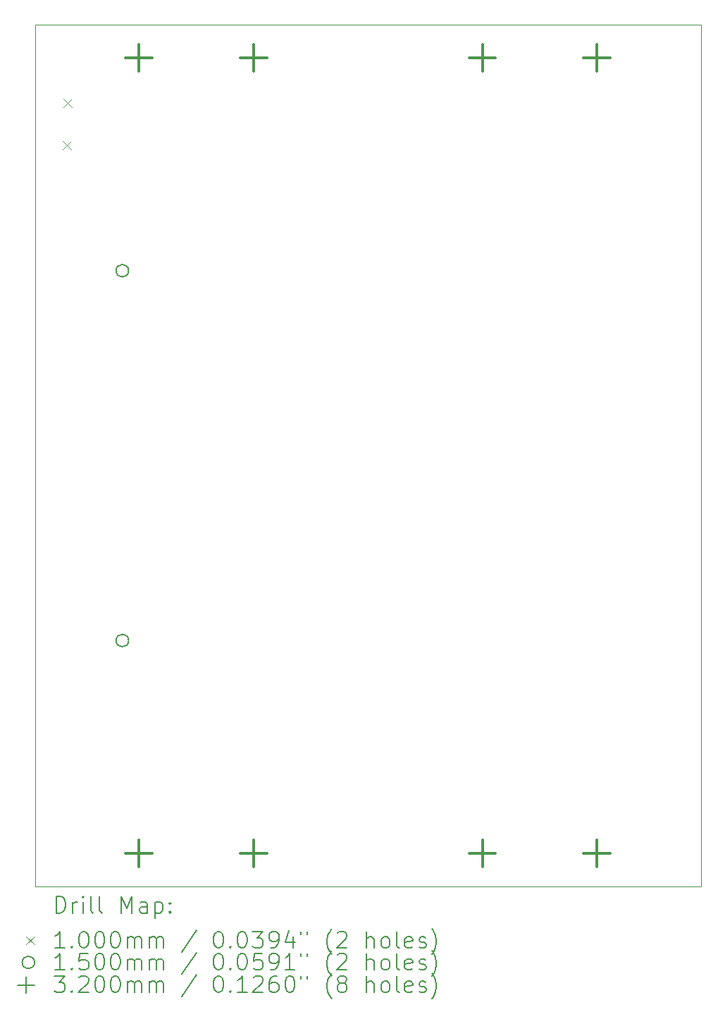
<source format=gbr>
%FSLAX45Y45*%
G04 Gerber Fmt 4.5, Leading zero omitted, Abs format (unit mm)*
G04 Created by KiCad (PCBNEW (6.0.5-0)) date 2022-12-26 00:14:26*
%MOMM*%
%LPD*%
G01*
G04 APERTURE LIST*
%TA.AperFunction,Profile*%
%ADD10C,0.100000*%
%TD*%
%ADD11C,0.200000*%
%ADD12C,0.100000*%
%ADD13C,0.150000*%
%ADD14C,0.320000*%
G04 APERTURE END LIST*
D10*
X14360000Y-3875000D02*
X15210000Y-3875000D01*
X8060000Y-14225000D02*
X8860000Y-14225000D01*
X13560000Y-14225000D02*
X8860000Y-14225000D01*
X8065000Y-3875000D02*
X8865000Y-3875000D01*
X13560000Y-3875000D02*
X14360000Y-3875000D01*
X15210000Y-3875000D02*
X15210000Y-14225000D01*
X8060000Y-14225000D02*
X7210000Y-14225000D01*
X14360000Y-14225000D02*
X15210000Y-14225000D01*
X13560000Y-14225000D02*
X14360000Y-14225000D01*
X8865000Y-3875000D02*
X13560000Y-3875000D01*
X8065000Y-3875000D02*
X7210000Y-3875000D01*
X7210000Y-14225000D02*
X7210000Y-3875000D01*
D11*
D12*
X7545000Y-5275000D02*
X7645000Y-5375000D01*
X7645000Y-5275000D02*
X7545000Y-5375000D01*
X7550000Y-4765000D02*
X7650000Y-4865000D01*
X7650000Y-4765000D02*
X7550000Y-4865000D01*
D13*
X8335000Y-6830000D02*
G75*
G03*
X8335000Y-6830000I-75000J0D01*
G01*
X8335000Y-11270000D02*
G75*
G03*
X8335000Y-11270000I-75000J0D01*
G01*
D14*
X8460000Y-4115000D02*
X8460000Y-4435000D01*
X8300000Y-4275000D02*
X8620000Y-4275000D01*
X8460000Y-13665000D02*
X8460000Y-13985000D01*
X8300000Y-13825000D02*
X8620000Y-13825000D01*
X9835000Y-4115000D02*
X9835000Y-4435000D01*
X9675000Y-4275000D02*
X9995000Y-4275000D01*
X9835000Y-13665000D02*
X9835000Y-13985000D01*
X9675000Y-13825000D02*
X9995000Y-13825000D01*
X12585000Y-4115000D02*
X12585000Y-4435000D01*
X12425000Y-4275000D02*
X12745000Y-4275000D01*
X12585000Y-13665000D02*
X12585000Y-13985000D01*
X12425000Y-13825000D02*
X12745000Y-13825000D01*
X13960000Y-4115000D02*
X13960000Y-4435000D01*
X13800000Y-4275000D02*
X14120000Y-4275000D01*
X13960000Y-13665000D02*
X13960000Y-13985000D01*
X13800000Y-13825000D02*
X14120000Y-13825000D01*
D11*
X7462619Y-14540476D02*
X7462619Y-14340476D01*
X7510238Y-14340476D01*
X7538809Y-14350000D01*
X7557857Y-14369048D01*
X7567381Y-14388095D01*
X7576905Y-14426190D01*
X7576905Y-14454762D01*
X7567381Y-14492857D01*
X7557857Y-14511905D01*
X7538809Y-14530952D01*
X7510238Y-14540476D01*
X7462619Y-14540476D01*
X7662619Y-14540476D02*
X7662619Y-14407143D01*
X7662619Y-14445238D02*
X7672143Y-14426190D01*
X7681667Y-14416667D01*
X7700714Y-14407143D01*
X7719762Y-14407143D01*
X7786428Y-14540476D02*
X7786428Y-14407143D01*
X7786428Y-14340476D02*
X7776905Y-14350000D01*
X7786428Y-14359524D01*
X7795952Y-14350000D01*
X7786428Y-14340476D01*
X7786428Y-14359524D01*
X7910238Y-14540476D02*
X7891190Y-14530952D01*
X7881667Y-14511905D01*
X7881667Y-14340476D01*
X8015000Y-14540476D02*
X7995952Y-14530952D01*
X7986428Y-14511905D01*
X7986428Y-14340476D01*
X8243571Y-14540476D02*
X8243571Y-14340476D01*
X8310238Y-14483333D01*
X8376905Y-14340476D01*
X8376905Y-14540476D01*
X8557857Y-14540476D02*
X8557857Y-14435714D01*
X8548333Y-14416667D01*
X8529286Y-14407143D01*
X8491190Y-14407143D01*
X8472143Y-14416667D01*
X8557857Y-14530952D02*
X8538810Y-14540476D01*
X8491190Y-14540476D01*
X8472143Y-14530952D01*
X8462619Y-14511905D01*
X8462619Y-14492857D01*
X8472143Y-14473809D01*
X8491190Y-14464286D01*
X8538810Y-14464286D01*
X8557857Y-14454762D01*
X8653095Y-14407143D02*
X8653095Y-14607143D01*
X8653095Y-14416667D02*
X8672143Y-14407143D01*
X8710238Y-14407143D01*
X8729286Y-14416667D01*
X8738810Y-14426190D01*
X8748333Y-14445238D01*
X8748333Y-14502381D01*
X8738810Y-14521428D01*
X8729286Y-14530952D01*
X8710238Y-14540476D01*
X8672143Y-14540476D01*
X8653095Y-14530952D01*
X8834048Y-14521428D02*
X8843571Y-14530952D01*
X8834048Y-14540476D01*
X8824524Y-14530952D01*
X8834048Y-14521428D01*
X8834048Y-14540476D01*
X8834048Y-14416667D02*
X8843571Y-14426190D01*
X8834048Y-14435714D01*
X8824524Y-14426190D01*
X8834048Y-14416667D01*
X8834048Y-14435714D01*
D12*
X7105000Y-14820000D02*
X7205000Y-14920000D01*
X7205000Y-14820000D02*
X7105000Y-14920000D01*
D11*
X7567381Y-14960476D02*
X7453095Y-14960476D01*
X7510238Y-14960476D02*
X7510238Y-14760476D01*
X7491190Y-14789048D01*
X7472143Y-14808095D01*
X7453095Y-14817619D01*
X7653095Y-14941428D02*
X7662619Y-14950952D01*
X7653095Y-14960476D01*
X7643571Y-14950952D01*
X7653095Y-14941428D01*
X7653095Y-14960476D01*
X7786428Y-14760476D02*
X7805476Y-14760476D01*
X7824524Y-14770000D01*
X7834048Y-14779524D01*
X7843571Y-14798571D01*
X7853095Y-14836667D01*
X7853095Y-14884286D01*
X7843571Y-14922381D01*
X7834048Y-14941428D01*
X7824524Y-14950952D01*
X7805476Y-14960476D01*
X7786428Y-14960476D01*
X7767381Y-14950952D01*
X7757857Y-14941428D01*
X7748333Y-14922381D01*
X7738809Y-14884286D01*
X7738809Y-14836667D01*
X7748333Y-14798571D01*
X7757857Y-14779524D01*
X7767381Y-14770000D01*
X7786428Y-14760476D01*
X7976905Y-14760476D02*
X7995952Y-14760476D01*
X8015000Y-14770000D01*
X8024524Y-14779524D01*
X8034048Y-14798571D01*
X8043571Y-14836667D01*
X8043571Y-14884286D01*
X8034048Y-14922381D01*
X8024524Y-14941428D01*
X8015000Y-14950952D01*
X7995952Y-14960476D01*
X7976905Y-14960476D01*
X7957857Y-14950952D01*
X7948333Y-14941428D01*
X7938809Y-14922381D01*
X7929286Y-14884286D01*
X7929286Y-14836667D01*
X7938809Y-14798571D01*
X7948333Y-14779524D01*
X7957857Y-14770000D01*
X7976905Y-14760476D01*
X8167381Y-14760476D02*
X8186428Y-14760476D01*
X8205476Y-14770000D01*
X8215000Y-14779524D01*
X8224524Y-14798571D01*
X8234048Y-14836667D01*
X8234048Y-14884286D01*
X8224524Y-14922381D01*
X8215000Y-14941428D01*
X8205476Y-14950952D01*
X8186428Y-14960476D01*
X8167381Y-14960476D01*
X8148333Y-14950952D01*
X8138809Y-14941428D01*
X8129286Y-14922381D01*
X8119762Y-14884286D01*
X8119762Y-14836667D01*
X8129286Y-14798571D01*
X8138809Y-14779524D01*
X8148333Y-14770000D01*
X8167381Y-14760476D01*
X8319762Y-14960476D02*
X8319762Y-14827143D01*
X8319762Y-14846190D02*
X8329286Y-14836667D01*
X8348333Y-14827143D01*
X8376905Y-14827143D01*
X8395952Y-14836667D01*
X8405476Y-14855714D01*
X8405476Y-14960476D01*
X8405476Y-14855714D02*
X8415000Y-14836667D01*
X8434048Y-14827143D01*
X8462619Y-14827143D01*
X8481667Y-14836667D01*
X8491190Y-14855714D01*
X8491190Y-14960476D01*
X8586429Y-14960476D02*
X8586429Y-14827143D01*
X8586429Y-14846190D02*
X8595952Y-14836667D01*
X8615000Y-14827143D01*
X8643571Y-14827143D01*
X8662619Y-14836667D01*
X8672143Y-14855714D01*
X8672143Y-14960476D01*
X8672143Y-14855714D02*
X8681667Y-14836667D01*
X8700714Y-14827143D01*
X8729286Y-14827143D01*
X8748333Y-14836667D01*
X8757857Y-14855714D01*
X8757857Y-14960476D01*
X9148333Y-14750952D02*
X8976905Y-15008095D01*
X9405476Y-14760476D02*
X9424524Y-14760476D01*
X9443571Y-14770000D01*
X9453095Y-14779524D01*
X9462619Y-14798571D01*
X9472143Y-14836667D01*
X9472143Y-14884286D01*
X9462619Y-14922381D01*
X9453095Y-14941428D01*
X9443571Y-14950952D01*
X9424524Y-14960476D01*
X9405476Y-14960476D01*
X9386429Y-14950952D01*
X9376905Y-14941428D01*
X9367381Y-14922381D01*
X9357857Y-14884286D01*
X9357857Y-14836667D01*
X9367381Y-14798571D01*
X9376905Y-14779524D01*
X9386429Y-14770000D01*
X9405476Y-14760476D01*
X9557857Y-14941428D02*
X9567381Y-14950952D01*
X9557857Y-14960476D01*
X9548333Y-14950952D01*
X9557857Y-14941428D01*
X9557857Y-14960476D01*
X9691190Y-14760476D02*
X9710238Y-14760476D01*
X9729286Y-14770000D01*
X9738810Y-14779524D01*
X9748333Y-14798571D01*
X9757857Y-14836667D01*
X9757857Y-14884286D01*
X9748333Y-14922381D01*
X9738810Y-14941428D01*
X9729286Y-14950952D01*
X9710238Y-14960476D01*
X9691190Y-14960476D01*
X9672143Y-14950952D01*
X9662619Y-14941428D01*
X9653095Y-14922381D01*
X9643571Y-14884286D01*
X9643571Y-14836667D01*
X9653095Y-14798571D01*
X9662619Y-14779524D01*
X9672143Y-14770000D01*
X9691190Y-14760476D01*
X9824524Y-14760476D02*
X9948333Y-14760476D01*
X9881667Y-14836667D01*
X9910238Y-14836667D01*
X9929286Y-14846190D01*
X9938810Y-14855714D01*
X9948333Y-14874762D01*
X9948333Y-14922381D01*
X9938810Y-14941428D01*
X9929286Y-14950952D01*
X9910238Y-14960476D01*
X9853095Y-14960476D01*
X9834048Y-14950952D01*
X9824524Y-14941428D01*
X10043571Y-14960476D02*
X10081667Y-14960476D01*
X10100714Y-14950952D01*
X10110238Y-14941428D01*
X10129286Y-14912857D01*
X10138810Y-14874762D01*
X10138810Y-14798571D01*
X10129286Y-14779524D01*
X10119762Y-14770000D01*
X10100714Y-14760476D01*
X10062619Y-14760476D01*
X10043571Y-14770000D01*
X10034048Y-14779524D01*
X10024524Y-14798571D01*
X10024524Y-14846190D01*
X10034048Y-14865238D01*
X10043571Y-14874762D01*
X10062619Y-14884286D01*
X10100714Y-14884286D01*
X10119762Y-14874762D01*
X10129286Y-14865238D01*
X10138810Y-14846190D01*
X10310238Y-14827143D02*
X10310238Y-14960476D01*
X10262619Y-14750952D02*
X10215000Y-14893809D01*
X10338810Y-14893809D01*
X10405476Y-14760476D02*
X10405476Y-14798571D01*
X10481667Y-14760476D02*
X10481667Y-14798571D01*
X10776905Y-15036667D02*
X10767381Y-15027143D01*
X10748333Y-14998571D01*
X10738810Y-14979524D01*
X10729286Y-14950952D01*
X10719762Y-14903333D01*
X10719762Y-14865238D01*
X10729286Y-14817619D01*
X10738810Y-14789048D01*
X10748333Y-14770000D01*
X10767381Y-14741428D01*
X10776905Y-14731905D01*
X10843571Y-14779524D02*
X10853095Y-14770000D01*
X10872143Y-14760476D01*
X10919762Y-14760476D01*
X10938810Y-14770000D01*
X10948333Y-14779524D01*
X10957857Y-14798571D01*
X10957857Y-14817619D01*
X10948333Y-14846190D01*
X10834048Y-14960476D01*
X10957857Y-14960476D01*
X11195952Y-14960476D02*
X11195952Y-14760476D01*
X11281667Y-14960476D02*
X11281667Y-14855714D01*
X11272143Y-14836667D01*
X11253095Y-14827143D01*
X11224524Y-14827143D01*
X11205476Y-14836667D01*
X11195952Y-14846190D01*
X11405476Y-14960476D02*
X11386428Y-14950952D01*
X11376905Y-14941428D01*
X11367381Y-14922381D01*
X11367381Y-14865238D01*
X11376905Y-14846190D01*
X11386428Y-14836667D01*
X11405476Y-14827143D01*
X11434048Y-14827143D01*
X11453095Y-14836667D01*
X11462619Y-14846190D01*
X11472143Y-14865238D01*
X11472143Y-14922381D01*
X11462619Y-14941428D01*
X11453095Y-14950952D01*
X11434048Y-14960476D01*
X11405476Y-14960476D01*
X11586428Y-14960476D02*
X11567381Y-14950952D01*
X11557857Y-14931905D01*
X11557857Y-14760476D01*
X11738809Y-14950952D02*
X11719762Y-14960476D01*
X11681667Y-14960476D01*
X11662619Y-14950952D01*
X11653095Y-14931905D01*
X11653095Y-14855714D01*
X11662619Y-14836667D01*
X11681667Y-14827143D01*
X11719762Y-14827143D01*
X11738809Y-14836667D01*
X11748333Y-14855714D01*
X11748333Y-14874762D01*
X11653095Y-14893809D01*
X11824524Y-14950952D02*
X11843571Y-14960476D01*
X11881667Y-14960476D01*
X11900714Y-14950952D01*
X11910238Y-14931905D01*
X11910238Y-14922381D01*
X11900714Y-14903333D01*
X11881667Y-14893809D01*
X11853095Y-14893809D01*
X11834048Y-14884286D01*
X11824524Y-14865238D01*
X11824524Y-14855714D01*
X11834048Y-14836667D01*
X11853095Y-14827143D01*
X11881667Y-14827143D01*
X11900714Y-14836667D01*
X11976905Y-15036667D02*
X11986428Y-15027143D01*
X12005476Y-14998571D01*
X12015000Y-14979524D01*
X12024524Y-14950952D01*
X12034048Y-14903333D01*
X12034048Y-14865238D01*
X12024524Y-14817619D01*
X12015000Y-14789048D01*
X12005476Y-14770000D01*
X11986428Y-14741428D01*
X11976905Y-14731905D01*
D13*
X7205000Y-15134000D02*
G75*
G03*
X7205000Y-15134000I-75000J0D01*
G01*
D11*
X7567381Y-15224476D02*
X7453095Y-15224476D01*
X7510238Y-15224476D02*
X7510238Y-15024476D01*
X7491190Y-15053048D01*
X7472143Y-15072095D01*
X7453095Y-15081619D01*
X7653095Y-15205428D02*
X7662619Y-15214952D01*
X7653095Y-15224476D01*
X7643571Y-15214952D01*
X7653095Y-15205428D01*
X7653095Y-15224476D01*
X7843571Y-15024476D02*
X7748333Y-15024476D01*
X7738809Y-15119714D01*
X7748333Y-15110190D01*
X7767381Y-15100667D01*
X7815000Y-15100667D01*
X7834048Y-15110190D01*
X7843571Y-15119714D01*
X7853095Y-15138762D01*
X7853095Y-15186381D01*
X7843571Y-15205428D01*
X7834048Y-15214952D01*
X7815000Y-15224476D01*
X7767381Y-15224476D01*
X7748333Y-15214952D01*
X7738809Y-15205428D01*
X7976905Y-15024476D02*
X7995952Y-15024476D01*
X8015000Y-15034000D01*
X8024524Y-15043524D01*
X8034048Y-15062571D01*
X8043571Y-15100667D01*
X8043571Y-15148286D01*
X8034048Y-15186381D01*
X8024524Y-15205428D01*
X8015000Y-15214952D01*
X7995952Y-15224476D01*
X7976905Y-15224476D01*
X7957857Y-15214952D01*
X7948333Y-15205428D01*
X7938809Y-15186381D01*
X7929286Y-15148286D01*
X7929286Y-15100667D01*
X7938809Y-15062571D01*
X7948333Y-15043524D01*
X7957857Y-15034000D01*
X7976905Y-15024476D01*
X8167381Y-15024476D02*
X8186428Y-15024476D01*
X8205476Y-15034000D01*
X8215000Y-15043524D01*
X8224524Y-15062571D01*
X8234048Y-15100667D01*
X8234048Y-15148286D01*
X8224524Y-15186381D01*
X8215000Y-15205428D01*
X8205476Y-15214952D01*
X8186428Y-15224476D01*
X8167381Y-15224476D01*
X8148333Y-15214952D01*
X8138809Y-15205428D01*
X8129286Y-15186381D01*
X8119762Y-15148286D01*
X8119762Y-15100667D01*
X8129286Y-15062571D01*
X8138809Y-15043524D01*
X8148333Y-15034000D01*
X8167381Y-15024476D01*
X8319762Y-15224476D02*
X8319762Y-15091143D01*
X8319762Y-15110190D02*
X8329286Y-15100667D01*
X8348333Y-15091143D01*
X8376905Y-15091143D01*
X8395952Y-15100667D01*
X8405476Y-15119714D01*
X8405476Y-15224476D01*
X8405476Y-15119714D02*
X8415000Y-15100667D01*
X8434048Y-15091143D01*
X8462619Y-15091143D01*
X8481667Y-15100667D01*
X8491190Y-15119714D01*
X8491190Y-15224476D01*
X8586429Y-15224476D02*
X8586429Y-15091143D01*
X8586429Y-15110190D02*
X8595952Y-15100667D01*
X8615000Y-15091143D01*
X8643571Y-15091143D01*
X8662619Y-15100667D01*
X8672143Y-15119714D01*
X8672143Y-15224476D01*
X8672143Y-15119714D02*
X8681667Y-15100667D01*
X8700714Y-15091143D01*
X8729286Y-15091143D01*
X8748333Y-15100667D01*
X8757857Y-15119714D01*
X8757857Y-15224476D01*
X9148333Y-15014952D02*
X8976905Y-15272095D01*
X9405476Y-15024476D02*
X9424524Y-15024476D01*
X9443571Y-15034000D01*
X9453095Y-15043524D01*
X9462619Y-15062571D01*
X9472143Y-15100667D01*
X9472143Y-15148286D01*
X9462619Y-15186381D01*
X9453095Y-15205428D01*
X9443571Y-15214952D01*
X9424524Y-15224476D01*
X9405476Y-15224476D01*
X9386429Y-15214952D01*
X9376905Y-15205428D01*
X9367381Y-15186381D01*
X9357857Y-15148286D01*
X9357857Y-15100667D01*
X9367381Y-15062571D01*
X9376905Y-15043524D01*
X9386429Y-15034000D01*
X9405476Y-15024476D01*
X9557857Y-15205428D02*
X9567381Y-15214952D01*
X9557857Y-15224476D01*
X9548333Y-15214952D01*
X9557857Y-15205428D01*
X9557857Y-15224476D01*
X9691190Y-15024476D02*
X9710238Y-15024476D01*
X9729286Y-15034000D01*
X9738810Y-15043524D01*
X9748333Y-15062571D01*
X9757857Y-15100667D01*
X9757857Y-15148286D01*
X9748333Y-15186381D01*
X9738810Y-15205428D01*
X9729286Y-15214952D01*
X9710238Y-15224476D01*
X9691190Y-15224476D01*
X9672143Y-15214952D01*
X9662619Y-15205428D01*
X9653095Y-15186381D01*
X9643571Y-15148286D01*
X9643571Y-15100667D01*
X9653095Y-15062571D01*
X9662619Y-15043524D01*
X9672143Y-15034000D01*
X9691190Y-15024476D01*
X9938810Y-15024476D02*
X9843571Y-15024476D01*
X9834048Y-15119714D01*
X9843571Y-15110190D01*
X9862619Y-15100667D01*
X9910238Y-15100667D01*
X9929286Y-15110190D01*
X9938810Y-15119714D01*
X9948333Y-15138762D01*
X9948333Y-15186381D01*
X9938810Y-15205428D01*
X9929286Y-15214952D01*
X9910238Y-15224476D01*
X9862619Y-15224476D01*
X9843571Y-15214952D01*
X9834048Y-15205428D01*
X10043571Y-15224476D02*
X10081667Y-15224476D01*
X10100714Y-15214952D01*
X10110238Y-15205428D01*
X10129286Y-15176857D01*
X10138810Y-15138762D01*
X10138810Y-15062571D01*
X10129286Y-15043524D01*
X10119762Y-15034000D01*
X10100714Y-15024476D01*
X10062619Y-15024476D01*
X10043571Y-15034000D01*
X10034048Y-15043524D01*
X10024524Y-15062571D01*
X10024524Y-15110190D01*
X10034048Y-15129238D01*
X10043571Y-15138762D01*
X10062619Y-15148286D01*
X10100714Y-15148286D01*
X10119762Y-15138762D01*
X10129286Y-15129238D01*
X10138810Y-15110190D01*
X10329286Y-15224476D02*
X10215000Y-15224476D01*
X10272143Y-15224476D02*
X10272143Y-15024476D01*
X10253095Y-15053048D01*
X10234048Y-15072095D01*
X10215000Y-15081619D01*
X10405476Y-15024476D02*
X10405476Y-15062571D01*
X10481667Y-15024476D02*
X10481667Y-15062571D01*
X10776905Y-15300667D02*
X10767381Y-15291143D01*
X10748333Y-15262571D01*
X10738810Y-15243524D01*
X10729286Y-15214952D01*
X10719762Y-15167333D01*
X10719762Y-15129238D01*
X10729286Y-15081619D01*
X10738810Y-15053048D01*
X10748333Y-15034000D01*
X10767381Y-15005428D01*
X10776905Y-14995905D01*
X10843571Y-15043524D02*
X10853095Y-15034000D01*
X10872143Y-15024476D01*
X10919762Y-15024476D01*
X10938810Y-15034000D01*
X10948333Y-15043524D01*
X10957857Y-15062571D01*
X10957857Y-15081619D01*
X10948333Y-15110190D01*
X10834048Y-15224476D01*
X10957857Y-15224476D01*
X11195952Y-15224476D02*
X11195952Y-15024476D01*
X11281667Y-15224476D02*
X11281667Y-15119714D01*
X11272143Y-15100667D01*
X11253095Y-15091143D01*
X11224524Y-15091143D01*
X11205476Y-15100667D01*
X11195952Y-15110190D01*
X11405476Y-15224476D02*
X11386428Y-15214952D01*
X11376905Y-15205428D01*
X11367381Y-15186381D01*
X11367381Y-15129238D01*
X11376905Y-15110190D01*
X11386428Y-15100667D01*
X11405476Y-15091143D01*
X11434048Y-15091143D01*
X11453095Y-15100667D01*
X11462619Y-15110190D01*
X11472143Y-15129238D01*
X11472143Y-15186381D01*
X11462619Y-15205428D01*
X11453095Y-15214952D01*
X11434048Y-15224476D01*
X11405476Y-15224476D01*
X11586428Y-15224476D02*
X11567381Y-15214952D01*
X11557857Y-15195905D01*
X11557857Y-15024476D01*
X11738809Y-15214952D02*
X11719762Y-15224476D01*
X11681667Y-15224476D01*
X11662619Y-15214952D01*
X11653095Y-15195905D01*
X11653095Y-15119714D01*
X11662619Y-15100667D01*
X11681667Y-15091143D01*
X11719762Y-15091143D01*
X11738809Y-15100667D01*
X11748333Y-15119714D01*
X11748333Y-15138762D01*
X11653095Y-15157809D01*
X11824524Y-15214952D02*
X11843571Y-15224476D01*
X11881667Y-15224476D01*
X11900714Y-15214952D01*
X11910238Y-15195905D01*
X11910238Y-15186381D01*
X11900714Y-15167333D01*
X11881667Y-15157809D01*
X11853095Y-15157809D01*
X11834048Y-15148286D01*
X11824524Y-15129238D01*
X11824524Y-15119714D01*
X11834048Y-15100667D01*
X11853095Y-15091143D01*
X11881667Y-15091143D01*
X11900714Y-15100667D01*
X11976905Y-15300667D02*
X11986428Y-15291143D01*
X12005476Y-15262571D01*
X12015000Y-15243524D01*
X12024524Y-15214952D01*
X12034048Y-15167333D01*
X12034048Y-15129238D01*
X12024524Y-15081619D01*
X12015000Y-15053048D01*
X12005476Y-15034000D01*
X11986428Y-15005428D01*
X11976905Y-14995905D01*
X7105000Y-15304000D02*
X7105000Y-15504000D01*
X7005000Y-15404000D02*
X7205000Y-15404000D01*
X7443571Y-15294476D02*
X7567381Y-15294476D01*
X7500714Y-15370667D01*
X7529286Y-15370667D01*
X7548333Y-15380190D01*
X7557857Y-15389714D01*
X7567381Y-15408762D01*
X7567381Y-15456381D01*
X7557857Y-15475428D01*
X7548333Y-15484952D01*
X7529286Y-15494476D01*
X7472143Y-15494476D01*
X7453095Y-15484952D01*
X7443571Y-15475428D01*
X7653095Y-15475428D02*
X7662619Y-15484952D01*
X7653095Y-15494476D01*
X7643571Y-15484952D01*
X7653095Y-15475428D01*
X7653095Y-15494476D01*
X7738809Y-15313524D02*
X7748333Y-15304000D01*
X7767381Y-15294476D01*
X7815000Y-15294476D01*
X7834048Y-15304000D01*
X7843571Y-15313524D01*
X7853095Y-15332571D01*
X7853095Y-15351619D01*
X7843571Y-15380190D01*
X7729286Y-15494476D01*
X7853095Y-15494476D01*
X7976905Y-15294476D02*
X7995952Y-15294476D01*
X8015000Y-15304000D01*
X8024524Y-15313524D01*
X8034048Y-15332571D01*
X8043571Y-15370667D01*
X8043571Y-15418286D01*
X8034048Y-15456381D01*
X8024524Y-15475428D01*
X8015000Y-15484952D01*
X7995952Y-15494476D01*
X7976905Y-15494476D01*
X7957857Y-15484952D01*
X7948333Y-15475428D01*
X7938809Y-15456381D01*
X7929286Y-15418286D01*
X7929286Y-15370667D01*
X7938809Y-15332571D01*
X7948333Y-15313524D01*
X7957857Y-15304000D01*
X7976905Y-15294476D01*
X8167381Y-15294476D02*
X8186428Y-15294476D01*
X8205476Y-15304000D01*
X8215000Y-15313524D01*
X8224524Y-15332571D01*
X8234048Y-15370667D01*
X8234048Y-15418286D01*
X8224524Y-15456381D01*
X8215000Y-15475428D01*
X8205476Y-15484952D01*
X8186428Y-15494476D01*
X8167381Y-15494476D01*
X8148333Y-15484952D01*
X8138809Y-15475428D01*
X8129286Y-15456381D01*
X8119762Y-15418286D01*
X8119762Y-15370667D01*
X8129286Y-15332571D01*
X8138809Y-15313524D01*
X8148333Y-15304000D01*
X8167381Y-15294476D01*
X8319762Y-15494476D02*
X8319762Y-15361143D01*
X8319762Y-15380190D02*
X8329286Y-15370667D01*
X8348333Y-15361143D01*
X8376905Y-15361143D01*
X8395952Y-15370667D01*
X8405476Y-15389714D01*
X8405476Y-15494476D01*
X8405476Y-15389714D02*
X8415000Y-15370667D01*
X8434048Y-15361143D01*
X8462619Y-15361143D01*
X8481667Y-15370667D01*
X8491190Y-15389714D01*
X8491190Y-15494476D01*
X8586429Y-15494476D02*
X8586429Y-15361143D01*
X8586429Y-15380190D02*
X8595952Y-15370667D01*
X8615000Y-15361143D01*
X8643571Y-15361143D01*
X8662619Y-15370667D01*
X8672143Y-15389714D01*
X8672143Y-15494476D01*
X8672143Y-15389714D02*
X8681667Y-15370667D01*
X8700714Y-15361143D01*
X8729286Y-15361143D01*
X8748333Y-15370667D01*
X8757857Y-15389714D01*
X8757857Y-15494476D01*
X9148333Y-15284952D02*
X8976905Y-15542095D01*
X9405476Y-15294476D02*
X9424524Y-15294476D01*
X9443571Y-15304000D01*
X9453095Y-15313524D01*
X9462619Y-15332571D01*
X9472143Y-15370667D01*
X9472143Y-15418286D01*
X9462619Y-15456381D01*
X9453095Y-15475428D01*
X9443571Y-15484952D01*
X9424524Y-15494476D01*
X9405476Y-15494476D01*
X9386429Y-15484952D01*
X9376905Y-15475428D01*
X9367381Y-15456381D01*
X9357857Y-15418286D01*
X9357857Y-15370667D01*
X9367381Y-15332571D01*
X9376905Y-15313524D01*
X9386429Y-15304000D01*
X9405476Y-15294476D01*
X9557857Y-15475428D02*
X9567381Y-15484952D01*
X9557857Y-15494476D01*
X9548333Y-15484952D01*
X9557857Y-15475428D01*
X9557857Y-15494476D01*
X9757857Y-15494476D02*
X9643571Y-15494476D01*
X9700714Y-15494476D02*
X9700714Y-15294476D01*
X9681667Y-15323048D01*
X9662619Y-15342095D01*
X9643571Y-15351619D01*
X9834048Y-15313524D02*
X9843571Y-15304000D01*
X9862619Y-15294476D01*
X9910238Y-15294476D01*
X9929286Y-15304000D01*
X9938810Y-15313524D01*
X9948333Y-15332571D01*
X9948333Y-15351619D01*
X9938810Y-15380190D01*
X9824524Y-15494476D01*
X9948333Y-15494476D01*
X10119762Y-15294476D02*
X10081667Y-15294476D01*
X10062619Y-15304000D01*
X10053095Y-15313524D01*
X10034048Y-15342095D01*
X10024524Y-15380190D01*
X10024524Y-15456381D01*
X10034048Y-15475428D01*
X10043571Y-15484952D01*
X10062619Y-15494476D01*
X10100714Y-15494476D01*
X10119762Y-15484952D01*
X10129286Y-15475428D01*
X10138810Y-15456381D01*
X10138810Y-15408762D01*
X10129286Y-15389714D01*
X10119762Y-15380190D01*
X10100714Y-15370667D01*
X10062619Y-15370667D01*
X10043571Y-15380190D01*
X10034048Y-15389714D01*
X10024524Y-15408762D01*
X10262619Y-15294476D02*
X10281667Y-15294476D01*
X10300714Y-15304000D01*
X10310238Y-15313524D01*
X10319762Y-15332571D01*
X10329286Y-15370667D01*
X10329286Y-15418286D01*
X10319762Y-15456381D01*
X10310238Y-15475428D01*
X10300714Y-15484952D01*
X10281667Y-15494476D01*
X10262619Y-15494476D01*
X10243571Y-15484952D01*
X10234048Y-15475428D01*
X10224524Y-15456381D01*
X10215000Y-15418286D01*
X10215000Y-15370667D01*
X10224524Y-15332571D01*
X10234048Y-15313524D01*
X10243571Y-15304000D01*
X10262619Y-15294476D01*
X10405476Y-15294476D02*
X10405476Y-15332571D01*
X10481667Y-15294476D02*
X10481667Y-15332571D01*
X10776905Y-15570667D02*
X10767381Y-15561143D01*
X10748333Y-15532571D01*
X10738810Y-15513524D01*
X10729286Y-15484952D01*
X10719762Y-15437333D01*
X10719762Y-15399238D01*
X10729286Y-15351619D01*
X10738810Y-15323048D01*
X10748333Y-15304000D01*
X10767381Y-15275428D01*
X10776905Y-15265905D01*
X10881667Y-15380190D02*
X10862619Y-15370667D01*
X10853095Y-15361143D01*
X10843571Y-15342095D01*
X10843571Y-15332571D01*
X10853095Y-15313524D01*
X10862619Y-15304000D01*
X10881667Y-15294476D01*
X10919762Y-15294476D01*
X10938810Y-15304000D01*
X10948333Y-15313524D01*
X10957857Y-15332571D01*
X10957857Y-15342095D01*
X10948333Y-15361143D01*
X10938810Y-15370667D01*
X10919762Y-15380190D01*
X10881667Y-15380190D01*
X10862619Y-15389714D01*
X10853095Y-15399238D01*
X10843571Y-15418286D01*
X10843571Y-15456381D01*
X10853095Y-15475428D01*
X10862619Y-15484952D01*
X10881667Y-15494476D01*
X10919762Y-15494476D01*
X10938810Y-15484952D01*
X10948333Y-15475428D01*
X10957857Y-15456381D01*
X10957857Y-15418286D01*
X10948333Y-15399238D01*
X10938810Y-15389714D01*
X10919762Y-15380190D01*
X11195952Y-15494476D02*
X11195952Y-15294476D01*
X11281667Y-15494476D02*
X11281667Y-15389714D01*
X11272143Y-15370667D01*
X11253095Y-15361143D01*
X11224524Y-15361143D01*
X11205476Y-15370667D01*
X11195952Y-15380190D01*
X11405476Y-15494476D02*
X11386428Y-15484952D01*
X11376905Y-15475428D01*
X11367381Y-15456381D01*
X11367381Y-15399238D01*
X11376905Y-15380190D01*
X11386428Y-15370667D01*
X11405476Y-15361143D01*
X11434048Y-15361143D01*
X11453095Y-15370667D01*
X11462619Y-15380190D01*
X11472143Y-15399238D01*
X11472143Y-15456381D01*
X11462619Y-15475428D01*
X11453095Y-15484952D01*
X11434048Y-15494476D01*
X11405476Y-15494476D01*
X11586428Y-15494476D02*
X11567381Y-15484952D01*
X11557857Y-15465905D01*
X11557857Y-15294476D01*
X11738809Y-15484952D02*
X11719762Y-15494476D01*
X11681667Y-15494476D01*
X11662619Y-15484952D01*
X11653095Y-15465905D01*
X11653095Y-15389714D01*
X11662619Y-15370667D01*
X11681667Y-15361143D01*
X11719762Y-15361143D01*
X11738809Y-15370667D01*
X11748333Y-15389714D01*
X11748333Y-15408762D01*
X11653095Y-15427809D01*
X11824524Y-15484952D02*
X11843571Y-15494476D01*
X11881667Y-15494476D01*
X11900714Y-15484952D01*
X11910238Y-15465905D01*
X11910238Y-15456381D01*
X11900714Y-15437333D01*
X11881667Y-15427809D01*
X11853095Y-15427809D01*
X11834048Y-15418286D01*
X11824524Y-15399238D01*
X11824524Y-15389714D01*
X11834048Y-15370667D01*
X11853095Y-15361143D01*
X11881667Y-15361143D01*
X11900714Y-15370667D01*
X11976905Y-15570667D02*
X11986428Y-15561143D01*
X12005476Y-15532571D01*
X12015000Y-15513524D01*
X12024524Y-15484952D01*
X12034048Y-15437333D01*
X12034048Y-15399238D01*
X12024524Y-15351619D01*
X12015000Y-15323048D01*
X12005476Y-15304000D01*
X11986428Y-15275428D01*
X11976905Y-15265905D01*
M02*

</source>
